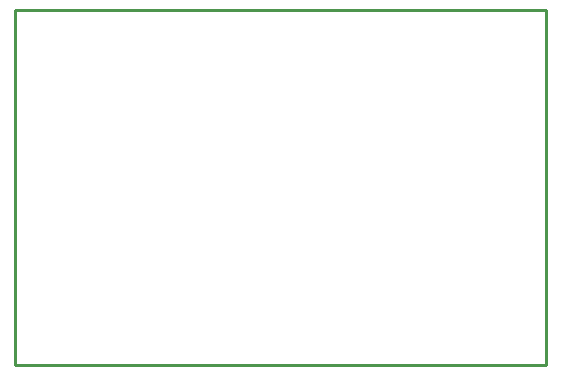
<source format=gko>
G04 Layer: BoardOutlineLayer*
G04 EasyEDA v6.5.13, 2022-08-17 10:47:09*
G04 b7dc3e68d0514606a91ca319f37642e0,153482dac41149f1974aef67bcea995d,10*
G04 Gerber Generator version 0.2*
G04 Scale: 100 percent, Rotated: No, Reflected: No *
G04 Dimensions in millimeters *
G04 leading zeros omitted , absolute positions ,4 integer and 5 decimal *
%FSLAX45Y45*%
%MOMM*%

%ADD10C,0.2540*%
D10*
X0Y2999994D02*
G01*
X2058415Y2999994D01*
X4500118Y2999994D01*
X4500118Y0D01*
X4499990Y0D02*
G01*
X0Y0D01*
X0Y0D02*
G01*
X-5Y3000027D01*

%LPD*%
M02*

</source>
